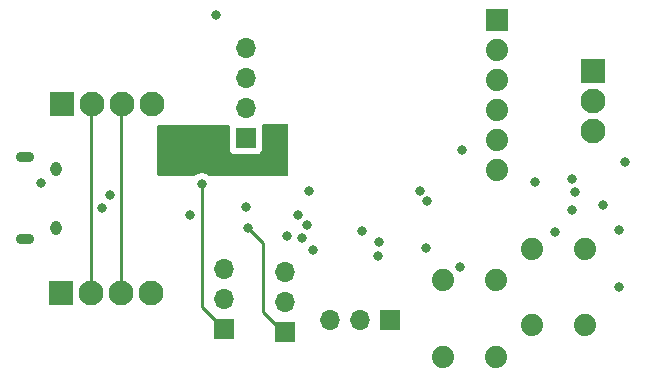
<source format=gbr>
%TF.GenerationSoftware,KiCad,Pcbnew,6.0.11-2627ca5db0~126~ubuntu22.04.1*%
%TF.CreationDate,2023-02-28T17:01:23-05:00*%
%TF.ProjectId,canbus-ds1820,63616e62-7573-42d6-9473-313832302e6b,1.0*%
%TF.SameCoordinates,Original*%
%TF.FileFunction,Copper,L3,Inr*%
%TF.FilePolarity,Positive*%
%FSLAX46Y46*%
G04 Gerber Fmt 4.6, Leading zero omitted, Abs format (unit mm)*
G04 Created by KiCad (PCBNEW 6.0.11-2627ca5db0~126~ubuntu22.04.1) date 2023-02-28 17:01:23*
%MOMM*%
%LPD*%
G01*
G04 APERTURE LIST*
%TA.AperFunction,ComponentPad*%
%ADD10R,2.100000X2.100000*%
%TD*%
%TA.AperFunction,ComponentPad*%
%ADD11C,2.100000*%
%TD*%
%TA.AperFunction,ComponentPad*%
%ADD12R,1.700000X1.700000*%
%TD*%
%TA.AperFunction,ComponentPad*%
%ADD13O,1.700000X1.700000*%
%TD*%
%TA.AperFunction,ComponentPad*%
%ADD14C,1.879600*%
%TD*%
%TA.AperFunction,ComponentPad*%
%ADD15R,1.879600X1.879600*%
%TD*%
%TA.AperFunction,ComponentPad*%
%ADD16O,0.950000X1.250000*%
%TD*%
%TA.AperFunction,ComponentPad*%
%ADD17O,1.550000X0.890000*%
%TD*%
%TA.AperFunction,ViaPad*%
%ADD18C,0.800000*%
%TD*%
%TA.AperFunction,Conductor*%
%ADD19C,0.250000*%
%TD*%
G04 APERTURE END LIST*
D10*
%TO.N,+3V3*%
%TO.C,J4*%
X104675000Y-75285000D03*
D11*
%TO.N,DQ*%
X104675000Y-77825000D03*
%TO.N,GND*%
X104675000Y-80365000D03*
%TD*%
D12*
%TO.N,CAN_RX*%
%TO.C,JP1*%
X73400000Y-97140000D03*
D13*
%TO.N,Net-(JP1-Pad2)*%
X73400000Y-94600000D03*
%TO.N,USB_D-*%
X73400000Y-92060000D03*
%TD*%
D10*
%TO.N,+BATT*%
%TO.C,J6*%
X59625000Y-94100000D03*
D11*
%TO.N,CANH*%
X62165000Y-94100000D03*
%TO.N,CANL*%
X64705000Y-94100000D03*
%TO.N,GND*%
X67245000Y-94100000D03*
%TD*%
D12*
%TO.N,SWDIO*%
%TO.C,J2*%
X87490000Y-96350000D03*
D13*
%TO.N,GND*%
X84950000Y-96350000D03*
%TO.N,SWDCLK*%
X82410000Y-96350000D03*
%TD*%
D14*
%TO.N,+3V3*%
%TO.C,S1*%
X96435600Y-92998800D03*
%TO.N,unconnected-(S1-Pad2)*%
X96435600Y-99501200D03*
%TO.N,Net-(R1-Pad1)*%
X91914400Y-92998800D03*
%TO.N,unconnected-(S1-Pad4)*%
X91914400Y-99501200D03*
%TD*%
D15*
%TO.N,unconnected-(J3-Pad1)*%
%TO.C,J3*%
X96500000Y-70990000D03*
D14*
%TO.N,RXD2*%
X96500000Y-73530000D03*
%TO.N,TXD2*%
X96500000Y-76070000D03*
%TO.N,Net-(J3-Pad4)*%
X96500000Y-78610000D03*
%TO.N,unconnected-(J3-Pad5)*%
X96500000Y-81150000D03*
%TO.N,GND*%
X96500000Y-83690000D03*
%TD*%
D10*
%TO.N,+BATT*%
%TO.C,J5*%
X59660000Y-78075000D03*
D11*
%TO.N,CANH*%
X62200000Y-78075000D03*
%TO.N,CANL*%
X64740000Y-78075000D03*
%TO.N,GND*%
X67280000Y-78075000D03*
%TD*%
D12*
%TO.N,+5V*%
%TO.C,U3*%
X75247300Y-81002600D03*
D13*
%TO.N,GND*%
X75247300Y-78462600D03*
%TO.N,+12V*%
X75247300Y-75922600D03*
%TO.N,unconnected-(U3-Pad4)*%
X75247300Y-73382600D03*
%TD*%
D14*
%TO.N,GND*%
%TO.C,S2*%
X103960600Y-90323800D03*
%TO.N,unconnected-(S2-Pad2)*%
X103960600Y-96826200D03*
%TO.N,~{RESET}*%
X99439400Y-90323800D03*
%TO.N,unconnected-(S2-Pad4)*%
X99439400Y-96826200D03*
%TD*%
D16*
%TO.N,GND*%
%TO.C,J1*%
X59210000Y-83550000D03*
D17*
X56510000Y-82550000D03*
X56510000Y-89550000D03*
D16*
X59210000Y-88550000D03*
%TD*%
D12*
%TO.N,CAN_TX*%
%TO.C,JP2*%
X78525000Y-97425000D03*
D13*
%TO.N,Net-(JP2-Pad2)*%
X78525000Y-94885000D03*
%TO.N,USB_D+*%
X78525000Y-92345000D03*
%TD*%
D18*
%TO.N,SDA*%
X86450000Y-90975000D03*
%TO.N,SCL*%
X86550000Y-89750000D03*
%TO.N,DQ*%
X102875000Y-84400000D03*
%TO.N,PCTLZ*%
X105450000Y-86675000D03*
%TO.N,+3V3*%
X99700000Y-84675000D03*
%TO.N,GND*%
X102825000Y-87025000D03*
X107375000Y-83000000D03*
%TO.N,+3V3*%
X103100000Y-85525000D03*
X106800000Y-93575000D03*
%TO.N,SDA*%
X106800000Y-88725000D03*
%TO.N,SCL*%
X101400000Y-88900000D03*
%TO.N,GND*%
X80450000Y-88350000D03*
X72725000Y-70575000D03*
X93350000Y-91850000D03*
X80600000Y-85425000D03*
X75300000Y-86775000D03*
%TO.N,+3V3*%
X78150000Y-80600000D03*
X85100000Y-88800000D03*
X93575000Y-81950000D03*
X78750000Y-89250000D03*
X68975000Y-82275000D03*
%TO.N,VBUS*%
X57884502Y-84775000D03*
%TO.N,USB_D-*%
X63750000Y-85825000D03*
%TO.N,USB_D+*%
X63050000Y-86875000D03*
%TO.N,CAN_RX*%
X71525000Y-84850000D03*
%TO.N,Net-(JP1-Pad2)*%
X80025000Y-89475000D03*
%TO.N,CAN_TX*%
X75400000Y-88550000D03*
%TO.N,Net-(JP2-Pad2)*%
X80950000Y-90450000D03*
%TO.N,CAN_STBY*%
X70550000Y-87450000D03*
X79650000Y-87500000D03*
%TO.N,TXD2*%
X90600000Y-86275000D03*
%TO.N,RXD2*%
X89990592Y-85482770D03*
%TO.N,~{RESET}*%
X90475000Y-90300000D03*
%TD*%
D19*
%TO.N,CANH*%
X62165000Y-78110000D02*
X62200000Y-78075000D01*
X62165000Y-94100000D02*
X62165000Y-78110000D01*
%TO.N,CANL*%
X64705000Y-94100000D02*
X64705000Y-78110000D01*
X64705000Y-78110000D02*
X64740000Y-78075000D01*
%TO.N,CAN_RX*%
X71525000Y-95265000D02*
X73400000Y-97140000D01*
X71525000Y-84850000D02*
X71525000Y-95265000D01*
%TO.N,CAN_TX*%
X76700000Y-95725000D02*
X78400000Y-97425000D01*
X78400000Y-97425000D02*
X78525000Y-97425000D01*
X76700000Y-89850000D02*
X76700000Y-95725000D01*
X75400000Y-88550000D02*
X76700000Y-89850000D01*
%TD*%
%TA.AperFunction,Conductor*%
%TO.N,+3V3*%
G36*
X78791165Y-79820532D02*
G01*
X78838139Y-79873768D01*
X78850000Y-79927138D01*
X78850000Y-84024000D01*
X78829998Y-84092121D01*
X78776342Y-84138614D01*
X78724000Y-84150000D01*
X72148105Y-84150000D01*
X72074044Y-84125936D01*
X71987094Y-84062763D01*
X71987093Y-84062762D01*
X71981752Y-84058882D01*
X71975724Y-84056198D01*
X71975722Y-84056197D01*
X71813319Y-83983891D01*
X71813318Y-83983891D01*
X71807288Y-83981206D01*
X71713887Y-83961353D01*
X71626944Y-83942872D01*
X71626939Y-83942872D01*
X71620487Y-83941500D01*
X71429513Y-83941500D01*
X71423061Y-83942872D01*
X71423056Y-83942872D01*
X71336113Y-83961353D01*
X71242712Y-83981206D01*
X71236682Y-83983891D01*
X71236681Y-83983891D01*
X71074278Y-84056197D01*
X71074276Y-84056198D01*
X71068248Y-84058882D01*
X71062907Y-84062762D01*
X71062906Y-84062763D01*
X70975956Y-84125936D01*
X70901895Y-84150000D01*
X67851000Y-84150000D01*
X67782879Y-84129998D01*
X67736386Y-84076342D01*
X67725000Y-84024000D01*
X67725000Y-80024873D01*
X67745002Y-79956752D01*
X67798658Y-79910259D01*
X67849867Y-79898878D01*
X70256931Y-79877241D01*
X73786393Y-79845516D01*
X73854689Y-79864904D01*
X73901663Y-79918140D01*
X73912398Y-79988320D01*
X73905506Y-80015739D01*
X73895555Y-80042284D01*
X73888800Y-80104466D01*
X73888800Y-81900734D01*
X73895555Y-81962916D01*
X73946685Y-82099305D01*
X74034039Y-82215861D01*
X74150595Y-82303215D01*
X74286984Y-82354345D01*
X74349166Y-82361100D01*
X76145434Y-82361100D01*
X76207616Y-82354345D01*
X76344005Y-82303215D01*
X76460561Y-82215861D01*
X76547915Y-82099305D01*
X76599045Y-81962916D01*
X76605800Y-81900734D01*
X76605800Y-80104466D01*
X76599045Y-80042284D01*
X76579289Y-79989585D01*
X76574106Y-79918779D01*
X76608026Y-79856410D01*
X76670281Y-79822281D01*
X76696138Y-79819361D01*
X78722867Y-79801143D01*
X78791165Y-79820532D01*
G37*
%TD.AperFunction*%
%TD*%
M02*

</source>
